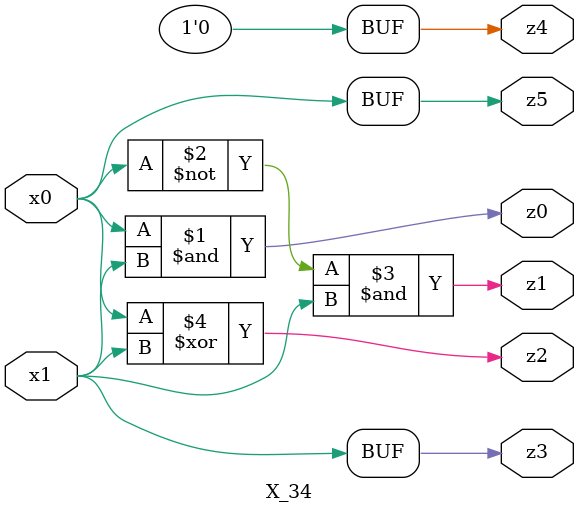
<source format=v>

module X_34 ( 
    x0, x1,
    z0, z1, z2, z3, z4, z5  );
  input  x0, x1;
  output z0, z1, z2, z3, z4, z5;
  assign z0 = x0 & x1;
  assign z1 = ~x0 & x1;
  assign z2 = x0 ^ x1;
  assign z3 = x0 ? x1 : x1;
  assign z4 = 1'b0;
  assign z5 = x1 ? x0 : x0;
endmodule



</source>
